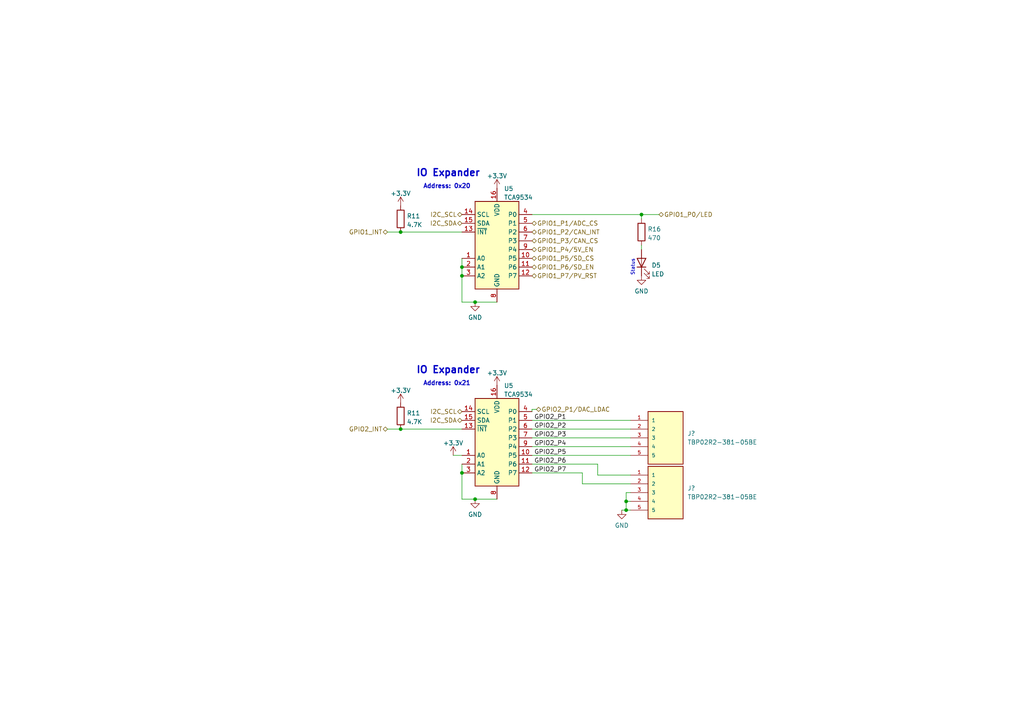
<source format=kicad_sch>
(kicad_sch (version 20230121) (generator eeschema)
  (paper "A4")
  (lib_symbols
    (symbol "Device:LED" (pin_numbers hide) (pin_names (offset 1.016) hide)
      (property "Reference" "D" (at 0 2.54 0))
      (property "Value" "LED" (at 0 -2.54 0))
      (symbol "LED_0_1"
        (polyline (pts (xy -1.27 -1.27) (xy -1.27 1.27)) (stroke (width 0.254)))
        (polyline (pts (xy -1.27 0) (xy 1.27 0)))
        (polyline (pts (xy 1.27 -1.27) (xy 1.27 1.27) (xy -1.27 0) (xy 1.27 -1.27)) (stroke (width 0.254)))
        (polyline (pts (xy -3.048 -0.762) (xy -4.572 -2.286) (xy -3.81 -2.286) (xy -4.572 -2.286) (xy -4.572 -1.524)))
        (polyline (pts (xy -1.778 -0.762) (xy -3.302 -2.286) (xy -2.54 -2.286) (xy -3.302 -2.286) (xy -3.302 -1.524)))
      )
      (symbol "LED_1_1"
        (pin passive line (at -3.81 0 0) (length 2.54) (name "K") (number "1"))
        (pin passive line (at 3.81 0 180) (length 2.54) (name "A") (number "2"))
      )
    )
    (symbol "Device:R" (pin_numbers hide) (pin_names (offset 0))
      (property "Reference" "R" (at 2.032 0 90))
      (property "Value" "R" (at 0 0 90))
      (symbol "R_0_1"
        (rectangle (start -1.016 -2.54) (end 1.016 2.54) (stroke (width 0.254)))
      )
      (symbol "R_1_1"
        (pin passive line (at 0 3.81 270) (length 1.27) (name "~") (number "1"))
        (pin passive line (at 0 -3.81 90) (length 1.27) (name "~") (number "2"))
      )
    )
    (symbol "Interface_Expansion:TCA9534"
      (property "Reference" "U" (at -6.35 12.7 0))
      (property "Value" "TCA9534" (at 2.54 12.7 0))
      (symbol "TCA9534_0_1"
        (rectangle (start -6.35 -13.97) (end 6.35 11.43) (stroke (width 0.254)) (fill (type background)))
      )
      (symbol "TCA9534_1_1"
        (pin input line (at -10.16 -5.08 0) (length 3.81) (name "A0") (number "1"))
        (pin bidirectional line (at 10.16 -5.08 180) (length 3.81) (name "P5") (number "10"))
        (pin bidirectional line (at 10.16 -7.62 180) (length 3.81) (name "P6") (number "11"))
        (pin bidirectional line (at 10.16 -10.16 180) (length 3.81) (name "P7") (number "12"))
        (pin open_collector line (at -10.16 2.54 0) (length 3.81) (name "~{INT}") (number "13"))
        (pin input line (at -10.16 7.62 0) (length 3.81) (name "SCL") (number "14"))
        (pin bidirectional line (at -10.16 5.08 0) (length 3.81) (name "SDA") (number "15"))
        (pin power_in line (at 0 15.24 270) (length 3.81) (name "VDD") (number "16"))
        (pin input line (at -10.16 -7.62 0) (length 3.81) (name "A1") (number "2"))
        (pin input line (at -10.16 -10.16 0) (length 3.81) (name "A2") (number "3"))
        (pin bidirectional line (at 10.16 7.62 180) (length 3.81) (name "P0") (number "4"))
        (pin bidirectional line (at 10.16 5.08 180) (length 3.81) (name "P1") (number "5"))
        (pin bidirectional line (at 10.16 2.54 180) (length 3.81) (name "P2") (number "6"))
        (pin bidirectional line (at 10.16 0 180) (length 3.81) (name "P3") (number "7"))
        (pin power_in line (at 0 -17.78 90) (length 3.81) (name "GND") (number "8"))
        (pin bidirectional line (at 10.16 -2.54 180) (length 3.81) (name "P4") (number "9"))
      )
    )
    (symbol "connectors:TBP02R2-381-05BE" (pin_names (offset 1.016))
      (property "Reference" "J" (at -5.58 7.62 0))
      (property "Value" "TBP02R2-381-05BE" (at -5.08 -10.16 0))
      (symbol "TBP02R2-381-05BE_0_0"
        (rectangle (start -5.08 -7.62) (end 5.08 7.62) (stroke (width 0.254)) (fill (type background)))
        (pin passive line (at -10.16 5.08 0) (length 5.08) (name "1") (number "1"))
        (pin passive line (at -10.16 2.54 0) (length 5.08) (name "2") (number "2"))
        (pin passive line (at -10.16 0 0) (length 5.08) (name "3") (number "3"))
        (pin passive line (at -10.16 -2.54 0) (length 5.08) (name "4") (number "4"))
        (pin passive line (at -10.16 -5.08 0) (length 5.08) (name "5") (number "5"))
      )
    )
    (symbol "power:+3.3V" (power) (pin_names (offset 0))
      (property "Value" "+3.3V" (at 0 3.556 0))
      (symbol "+3.3V_0_1"
        (polyline (pts (xy -0.762 1.27) (xy 0 2.54)))
        (polyline (pts (xy 0 0) (xy 0 2.54)))
        (polyline (pts (xy 0 2.54) (xy 0.762 1.27)))
      )
      (symbol "+3.3V_1_1"
        (pin power_in line (at 0 0 90) (length 0) hide (name "+3.3V") (number "1"))
      )
    )
    (symbol "power:GND" (power) (pin_names (offset 0))
      (property "Value" "GND" (at 0 -3.81 0))
      (symbol "GND_0_1"
        (polyline (pts (xy 0 0) (xy 0 -1.27) (xy 1.27 -1.27) (xy 0 -2.54) (xy -1.27 -1.27) (xy 0 -1.27)))
      )
      (symbol "GND_1_1"
        (pin power_in line (at 0 0 270) (length 0) hide (name "GND") (number "1"))
      )
    )
  )
  (junction (at 137.795 87.63))
  (junction (at 116.205 124.46))
  (junction (at 133.985 137.16))
  (junction (at 133.985 77.47))
  (junction (at 116.205 67.31))
  (junction (at 181.61 147.955))
  (junction (at 133.985 80.01))
  (junction (at 181.61 145.415))
  (junction (at 186.055 62.23))
  (junction (at 137.795 144.78))
  (wire (pts (xy 154.305 132.08) (xy 182.88 132.08)))
  (wire (pts (xy 154.305 118.745) (xy 155.575 118.745)))
  (wire (pts (xy 133.985 87.63) (xy 137.795 87.63)))
  (wire (pts (xy 133.985 77.47) (xy 133.985 80.01)))
  (wire (pts (xy 168.91 137.16) (xy 168.91 140.335)))
  (wire (pts (xy 173.355 134.62) (xy 173.355 137.795)))
  (wire (pts (xy 154.305 124.46) (xy 182.88 124.46)))
  (wire (pts (xy 154.305 121.92) (xy 182.88 121.92)))
  (wire (pts (xy 133.985 74.93) (xy 133.985 77.47)))
  (wire (pts (xy 154.305 137.16) (xy 168.91 137.16)))
  (wire (pts (xy 180.34 147.955) (xy 181.61 147.955)))
  (wire (pts (xy 133.985 137.16) (xy 133.985 144.78)))
  (wire (pts (xy 173.355 137.795) (xy 182.88 137.795)))
  (wire (pts (xy 154.305 127) (xy 182.88 127)))
  (wire (pts (xy 154.305 118.745) (xy 154.305 119.38)))
  (wire (pts (xy 116.205 67.31) (xy 133.985 67.31)))
  (wire (pts (xy 186.055 62.23) (xy 191.135 62.23)))
  (wire (pts (xy 133.985 80.01) (xy 133.985 87.63)))
  (wire (pts (xy 112.395 124.46) (xy 116.205 124.46)))
  (wire (pts (xy 182.88 142.875) (xy 181.61 142.875)))
  (wire (pts (xy 168.91 140.335) (xy 182.88 140.335)))
  (wire (pts (xy 131.445 132.08) (xy 133.985 132.08)))
  (wire (pts (xy 181.61 142.875) (xy 181.61 145.415)))
  (wire (pts (xy 181.61 145.415) (xy 182.88 145.415)))
  (wire (pts (xy 186.055 62.23) (xy 186.055 63.5)))
  (wire (pts (xy 186.055 71.12) (xy 186.055 72.39)))
  (wire (pts (xy 133.985 144.78) (xy 137.795 144.78)))
  (wire (pts (xy 112.395 67.31) (xy 116.205 67.31)))
  (wire (pts (xy 116.205 124.46) (xy 133.985 124.46)))
  (wire (pts (xy 154.305 134.62) (xy 173.355 134.62)))
  (wire (pts (xy 137.795 87.63) (xy 144.145 87.63)))
  (wire (pts (xy 137.795 144.78) (xy 144.145 144.78)))
  (wire (pts (xy 154.305 62.23) (xy 186.055 62.23)))
  (wire (pts (xy 181.61 145.415) (xy 181.61 147.955)))
  (wire (pts (xy 181.61 147.955) (xy 182.88 147.955)))
  (wire (pts (xy 154.305 129.54) (xy 182.88 129.54)))
  (wire (pts (xy 133.985 134.62) (xy 133.985 137.16)))
  (text "Status" (at 184.15 80.01 90) (effects (font (size 1 1)) (justify left bottom)))
  (text "Address: 0x21" (at 122.682 112.014 0) (effects (font (size 1.27 1.27) (thickness 0.254) bold) (justify left bottom)))
  (text "IO Expander" (at 120.65 51.435 0) (effects (font (size 2 2) (thickness 0.4) bold) (justify left bottom)))
  (text "IO Expander" (at 120.65 108.585 0) (effects (font (size 2 2) (thickness 0.4) bold) (justify left bottom)))
  (text "Address: 0x20" (at 122.682 54.864 0) (effects (font (size 1.27 1.27) (thickness 0.254) bold) (justify left bottom)))
  (label "GPIO2_P4" (at 154.94 129.54 0))
  (label "GPIO2_P5" (at 154.94 132.08 0))
  (label "GPIO2_P7" (at 154.94 137.16 0))
  (label "GPIO2_P2" (at 154.94 124.46 0))
  (label "GPIO2_P3" (at 154.94 127 0))
  (label "GPIO2_P6" (at 154.94 134.62 0))
  (label "GPIO2_P1" (at 154.94 121.92 0))
  (hierarchical_label "I2C_SDA" (shape bidirectional) (at 133.985 64.77 180))
  (hierarchical_label "I2C_SCL" (shape bidirectional) (at 133.985 119.38 180))
  (hierarchical_label "GPIO1_P5{slash}SD_CS" (shape bidirectional) (at 154.305 74.93 0))
  (hierarchical_label "GPIO1_P6{slash}SD_EN" (shape bidirectional) (at 154.305 77.47 0))
  (hierarchical_label "GPIO1_INT" (shape bidirectional) (at 112.395 67.31 180))
  (hierarchical_label "GPIO2_INT" (shape bidirectional) (at 112.395 124.46 180))
  (hierarchical_label "GPIO1_P7{slash}PV_RST" (shape bidirectional) (at 154.305 80.01 0))
  (hierarchical_label "GPIO1_P2{slash}CAN_INT" (shape bidirectional) (at 154.305 67.31 0))
  (hierarchical_label "GPIO1_P4{slash}5V_EN" (shape bidirectional) (at 154.305 72.39 0))
  (hierarchical_label "GPIO2_P1{slash}DAC_LDAC" (shape bidirectional) (at 155.575 118.745 0))
  (hierarchical_label "I2C_SDA" (shape bidirectional) (at 133.985 121.92 180))
  (hierarchical_label "GPIO1_P1{slash}ADC_CS" (shape bidirectional) (at 154.305 64.77 0))
  (hierarchical_label "GPIO1_P3{slash}CAN_CS" (shape bidirectional) (at 154.305 69.85 0))
  (hierarchical_label "GPIO1_P0{slash}LED" (shape bidirectional) (at 191.135 62.23 0))
  (hierarchical_label "I2C_SCL" (shape bidirectional) (at 133.985 62.23 180))
  (symbol (lib_id "Device:R") (at 186.055 67.31 180) (unit 1)
    (property "Reference" "R16" (at 187.833 66.4753 0) (effects (justify right)))
    (property "Value" "470" (at 187.833 69.0122 0) (effects (justify right)))
    (property "Footprint" "Resistor_SMD:R_0603_1608Metric" (effects hide))
    (instances (project "esp32-clover" (path "" (reference "R16") (unit 1)) (path "" (reference "R13") (unit 1))))
  )
  (symbol (lib_id "power:GND") (at 180.34 147.955 0) (unit 1)
    (property "Reference" "#PWR042" (effects hide))
    (property "Value" "GND" (at 180.34 152.3984 0))
    (instances (project "esp32-clover" (path "" (reference "#PWR042") (unit 1)) (path "" (reference "#PWR056") (unit 1))))
  )
  (symbol (lib_id "Device:R") (at 116.205 63.5 180) (unit 1)
    (property "Reference" "R11" (at 117.983 62.6653 0) (effects (justify right)))
    (property "Value" "4.7K" (at 117.983 65.2022 0) (effects (justify right)))
    (property "Footprint" "Resistor_SMD:R_0603_1608Metric" (effects hide))
  )
  (symbol (lib_id "connectors:TBP02R2-381-05BE") (at 193.04 142.875 0) (unit 1)
    (property "Reference" "J?" (at 199.39 141.605 0) (effects (justify left)))
    (property "Value" "TBP02R2-381-05BE" (at 199.39 144.145 0) (effects (justify left)))
    (property "Footprint" "connectors:TBP02R2-381-05BE" (effects hide))
    (property "STANDARD" "Manufacturer Recommendations" (effects hide))
    (property "MANUFACTURER" "CUI" (effects hide))
  )
  (symbol (lib_id "Interface_Expansion:TCA9534") (at 144.145 127 0) (unit 1)
    (property "Reference" "U5" (at 146.1644 111.8702 0) (effects (justify left)))
    (property "Value" "TCA9534" (at 146.1644 114.4071 0) (effects (justify left)))
    (property "Footprint" "Package_SO:TSSOP-16_4.4x5mm_P0.65mm" (effects hide))
    (property "Datasheet" "http://www.ti.com/lit/ds/symlink/tca9534.pdf" (effects hide))
    (instances (project "esp32-clover" (path "" (reference "U5") (unit 1)) (path "" (reference "U7") (unit 1))))
  )
  (symbol (lib_id "connectors:TBP02R2-381-05BE") (at 193.04 127 0) (unit 1)
    (property "Reference" "J?" (at 199.39 125.73 0) (effects (justify left)))
    (property "Value" "TBP02R2-381-05BE" (at 199.39 128.27 0) (effects (justify left)))
    (property "Footprint" "connectors:TBP02R2-381-05BE" (effects hide))
    (property "STANDARD" "Manufacturer Recommendations" (effects hide))
    (property "MANUFACTURER" "CUI" (effects hide))
  )
  (symbol (lib_id "power:GND") (at 137.795 87.63 0) (unit 1)
    (property "Reference" "#PWR042" (effects hide))
    (property "Value" "GND" (at 137.795 92.0734 0))
    (instances (project "esp32-clover" (path "" (reference "#PWR042") (unit 1)) (path "" (reference "#PWR052") (unit 1))))
  )
  (symbol (lib_id "power:+3.3V") (at 131.445 132.08 0) (unit 1)
    (property "Reference" "#PWR035" (effects hide))
    (property "Value" "+3.3V" (at 131.445 128.5042 0))
    (instances (project "esp32-clover" (path "" (reference "#PWR035") (unit 1)) (path "" (reference "#PWR051") (unit 1))))
  )
  (symbol (lib_id "Device:LED") (at 186.055 76.2 90) (unit 1)
    (property "Reference" "D5" (at 188.976 76.9528 90) (effects (justify right)))
    (property "Value" "LED" (at 188.976 79.4897 90) (effects (justify right)))
    (property "Footprint" "LED_SMD:LED_0603_1608Metric" (effects hide))
    (property "Color" "Green" (effects hide))
    (instances (project "esp32-clover" (path "" (reference "D5") (unit 1)) (path "" (reference "D4") (unit 1))))
  )
  (symbol (lib_id "Device:R") (at 116.205 120.65 180) (unit 1)
    (property "Reference" "R11" (at 117.983 119.8153 0) (effects (justify right)))
    (property "Value" "4.7K" (at 117.983 122.3522 0) (effects (justify right)))
    (property "Footprint" "Resistor_SMD:R_0603_1608Metric" (effects hide))
    (instances (project "esp32-clover" (path "" (reference "R11") (unit 1)) (path "" (reference "R12") (unit 1))))
  )
  (symbol (lib_id "power:+3.3V") (at 144.145 54.61 0) (unit 1)
    (property "Reference" "#PWR043" (effects hide))
    (property "Value" "+3.3V" (at 144.145 51.0342 0))
    (instances (project "esp32-clover" (path "" (reference "#PWR043") (unit 1)) (path "" (reference "#PWR054") (unit 1))))
  )
  (symbol (lib_id "power:GND") (at 186.055 80.01 0) (unit 1)
    (property "Reference" "#PWR045" (effects hide))
    (property "Value" "GND" (at 186.055 84.4534 0))
    (instances (project "esp32-clover" (path "" (reference "#PWR045") (unit 1)) (path "" (reference "#PWR057") (unit 1))))
  )
  (symbol (lib_id "Interface_Expansion:TCA9534") (at 144.145 69.85 0) (unit 1)
    (property "Reference" "U5" (at 146.1644 54.7202 0) (effects (justify left)))
    (property "Value" "TCA9534" (at 146.1644 57.2571 0) (effects (justify left)))
    (property "Footprint" "Package_SO:TSSOP-16_4.4x5mm_P0.65mm" (effects hide))
    (property "Datasheet" "http://www.ti.com/lit/ds/symlink/tca9534.pdf" (effects hide))
    (instances (project "esp32-clover" (path "" (reference "U5") (unit 1)) (path "" (reference "U6") (unit 1))))
  )
  (symbol (lib_id "power:+3.3V") (at 144.145 111.76 0) (unit 1)
    (property "Reference" "#PWR043" (effects hide))
    (property "Value" "+3.3V" (at 144.145 108.1842 0))
    (instances (project "esp32-clover" (path "" (reference "#PWR043") (unit 1)) (path "" (reference "#PWR055") (unit 1))))
  )
  (symbol (lib_id "power:GND") (at 137.795 144.78 0) (unit 1)
    (property "Reference" "#PWR042" (effects hide))
    (property "Value" "GND" (at 137.795 149.2234 0))
    (instances (project "esp32-clover" (path "" (reference "#PWR042") (unit 1)) (path "" (reference "#PWR053") (unit 1))))
  )
  (symbol (lib_id "power:+3.3V") (at 116.205 59.69 0) (unit 1)
    (property "Reference" "#PWR035" (effects hide))
    (property "Value" "+3.3V" (at 116.205 56.1142 0))
    (instances (project "esp32-clover" (path "" (reference "#PWR035") (unit 1)) (path "" (reference "#PWR049") (unit 1))))
  )
  (symbol (lib_id "power:+3.3V") (at 116.205 116.84 0) (unit 1)
    (property "Reference" "#PWR035" (effects hide))
    (property "Value" "+3.3V" (at 116.205 113.2642 0))
    (instances (project "esp32-clover" (path "" (reference "#PWR035") (unit 1)) (path "" (reference "#PWR050") (unit 1))))
  )
)
</source>
